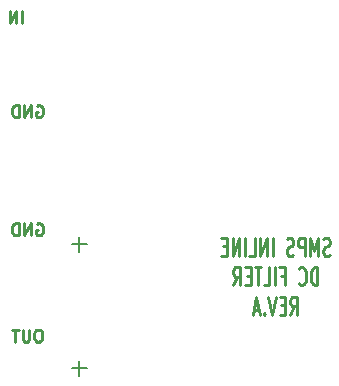
<source format=gbr>
%TF.GenerationSoftware,KiCad,Pcbnew,(5.99.0-8784-g9769da3804)*%
%TF.CreationDate,2021-02-02T16:43:27+01:00*%
%TF.ProjectId,SMPS Inline Filter with M3 holes - YGL92S-A,534d5053-2049-46e6-9c69-6e652046696c,rev?*%
%TF.SameCoordinates,Original*%
%TF.FileFunction,Legend,Bot*%
%TF.FilePolarity,Positive*%
%FSLAX46Y46*%
G04 Gerber Fmt 4.6, Leading zero omitted, Abs format (unit mm)*
G04 Created by KiCad (PCBNEW (5.99.0-8784-g9769da3804)) date 2021-02-02 16:43:27*
%MOMM*%
%LPD*%
G01*
G04 APERTURE LIST*
%ADD10C,0.250000*%
%ADD11C,0.203200*%
G04 APERTURE END LIST*
D10*
X159612965Y-115310710D02*
X159565345Y-115382140D01*
X157065345Y-112167860D02*
X157160585Y-112239290D01*
X162541535Y-109025000D02*
X162493915Y-109096430D01*
X163160585Y-112096430D02*
X163112965Y-111810710D01*
X162970105Y-112882140D02*
X163065345Y-112739290D01*
X138565345Y-98727380D02*
X138803445Y-98727380D01*
X163589155Y-111810710D02*
X163541535Y-112096430D01*
X138327245Y-107870240D02*
X138279635Y-107965480D01*
X164970105Y-109667860D02*
X165065345Y-109596430D01*
X157493915Y-108953570D02*
X156922485Y-110453570D01*
X140565345Y-98727380D02*
X140470105Y-98727380D01*
X138279635Y-107965480D02*
X138232015Y-108155950D01*
X156970105Y-111953570D02*
X157017725Y-112096430D01*
X138803445Y-98727380D02*
X138803445Y-97727380D01*
X159565345Y-115382140D02*
X159612965Y-115453570D01*
X139851055Y-98727380D02*
X139851055Y-97727380D01*
X140708205Y-108679760D02*
X140565345Y-108727380D01*
X162732015Y-112953570D02*
X162827245Y-112953570D01*
X161589155Y-110382140D02*
X161541535Y-110310710D01*
X162827245Y-111453570D02*
X162732015Y-111453570D01*
X140708205Y-98679760D02*
X140565345Y-98727380D01*
X162970105Y-111525000D02*
X162827245Y-111453570D01*
X162065345Y-109382140D02*
X162065345Y-109239290D01*
X140851055Y-107965480D02*
X140898675Y-108155950D01*
X140708205Y-107775000D02*
X140803445Y-107870240D01*
X140708205Y-97775000D02*
X140803445Y-97870240D01*
X163589155Y-112596430D02*
X163636775Y-112739290D01*
X157065345Y-111525000D02*
X157017725Y-111596430D01*
X140898675Y-108155950D02*
X140898675Y-108298810D01*
X162374865Y-113953570D02*
X161993915Y-113953570D01*
X164684395Y-110382140D02*
X164636775Y-110310710D01*
X139660585Y-117632140D02*
X139612965Y-117679760D01*
X158946295Y-113953570D02*
X158612965Y-115453570D01*
X163541535Y-112310710D02*
X163589155Y-112596430D01*
X165065345Y-109596430D02*
X165112965Y-109525000D01*
X162732015Y-111453570D02*
X162589155Y-111525000D01*
X163493915Y-108953570D02*
X163493915Y-110453570D01*
X157017725Y-111596430D02*
X156970105Y-111739290D01*
X161993915Y-114739290D02*
X162374865Y-114739290D01*
X157970105Y-110453570D02*
X157970105Y-108953570D01*
X140374865Y-117727380D02*
X140565345Y-117727380D01*
X140755825Y-116870240D02*
X140660585Y-116775000D01*
X140803445Y-108584520D02*
X140708205Y-108679760D01*
X138422485Y-98679760D02*
X138565345Y-98727380D01*
X140565345Y-117727380D02*
X140660585Y-117679760D01*
X161374865Y-113953570D02*
X160898675Y-113953570D01*
X140565345Y-107727380D02*
X140708205Y-107775000D01*
X161684395Y-110453570D02*
X161589155Y-110382140D01*
X163065345Y-112739290D02*
X163112965Y-112596430D01*
X161970105Y-109025000D02*
X161874865Y-108953570D01*
X140184395Y-116870240D02*
X140136775Y-117060710D01*
X140851055Y-98489290D02*
X140803445Y-98584520D01*
X164589155Y-110167860D02*
X164589155Y-110025000D01*
X138517725Y-117727380D02*
X138517725Y-116727380D01*
X159541535Y-112953570D02*
X160017725Y-112953570D01*
X162017725Y-109096430D02*
X161970105Y-109025000D01*
X161636775Y-108953570D02*
X161493915Y-109025000D01*
X161898675Y-114025000D02*
X161851055Y-114096430D01*
X158446295Y-112953570D02*
X158446295Y-111453570D01*
X140803445Y-117060710D02*
X140755825Y-116870240D01*
X162065345Y-110382140D02*
X161922485Y-110453570D01*
X163065345Y-111667860D02*
X162970105Y-111525000D01*
X139232015Y-117679760D02*
X139184395Y-117632140D01*
X139851055Y-108727380D02*
X139851055Y-107727380D01*
X160898675Y-115453570D02*
X161374865Y-115453570D01*
X156970105Y-111739290D02*
X156970105Y-111953570D01*
X138232015Y-98155950D02*
X138232015Y-98298810D01*
X140898675Y-98298810D02*
X140851055Y-98489290D01*
X159255825Y-110453570D02*
X159255825Y-108953570D01*
X162017725Y-109525000D02*
X162065345Y-109382140D01*
X161589155Y-109810710D02*
X161684395Y-109739290D01*
X155970105Y-110453570D02*
X156446295Y-110453570D01*
X140327245Y-108679760D02*
X140279635Y-108632140D01*
X138803445Y-107727380D02*
X138565345Y-107727380D01*
X156446295Y-109667860D02*
X156112965Y-109667860D01*
X163017725Y-108953570D02*
X162636775Y-108953570D01*
X139279635Y-98727380D02*
X139279635Y-97727380D01*
X165112965Y-109525000D02*
X165160585Y-109382140D01*
X158303445Y-110453570D02*
X158779635Y-110453570D01*
X165112965Y-109096430D02*
X165065345Y-109025000D01*
X162541535Y-109667860D02*
X162636775Y-109739290D01*
X140422485Y-97727380D02*
X140565345Y-97727380D01*
X165160585Y-110382140D02*
X165017725Y-110453570D01*
X139612965Y-117679760D02*
X139517725Y-117727380D01*
X140803445Y-107870240D02*
X140851055Y-107965480D01*
X163874865Y-112953570D02*
X164112965Y-112953570D01*
X140803445Y-98584520D02*
X140708205Y-98679760D01*
X140279635Y-108632140D02*
X140279635Y-108298810D01*
X159279635Y-115453570D02*
X158946295Y-113953570D01*
X161851055Y-114596430D02*
X161898675Y-114667860D01*
D11*
X144595345Y-119975000D02*
X143325345Y-119975000D01*
D10*
X138422485Y-97775000D02*
X138327245Y-97870240D01*
X140755825Y-117584520D02*
X140803445Y-117394050D01*
X140374865Y-116727380D02*
X140279635Y-116775000D01*
X164112965Y-112953570D02*
X164112965Y-111453570D01*
D11*
X144595345Y-109475000D02*
X143325345Y-109475000D01*
D10*
X163732015Y-112882140D02*
X163874865Y-112953570D01*
X165065345Y-109025000D02*
X164970105Y-108953570D01*
X162541535Y-112810710D02*
X162589155Y-112882140D01*
X138803445Y-116727380D02*
X138232015Y-116727380D01*
X138232015Y-108155950D02*
X138232015Y-108298810D01*
X161993915Y-113953570D02*
X161898675Y-114025000D01*
X157970105Y-112953570D02*
X158446295Y-112953570D01*
X138565345Y-97727380D02*
X138422485Y-97775000D01*
X139708205Y-117536910D02*
X139660585Y-117632140D01*
X140279635Y-108298810D02*
X140470105Y-108298810D01*
X138803445Y-108727380D02*
X138803445Y-107727380D01*
X156446295Y-110453570D02*
X156446295Y-108953570D01*
X163112965Y-111810710D02*
X163065345Y-111667860D01*
X138422485Y-108679760D02*
X138565345Y-108727380D01*
X140279635Y-116775000D02*
X140184395Y-116870240D01*
X140184395Y-117584520D02*
X140279635Y-117679760D01*
X138565345Y-108727380D02*
X138803445Y-108727380D01*
X159612965Y-115310710D02*
X159612965Y-115453570D01*
X139851055Y-97727380D02*
X139279635Y-98727380D01*
X160279635Y-115453570D02*
X159946295Y-113953570D01*
X140898675Y-98155950D02*
X140898675Y-98298810D01*
X140565345Y-116727380D02*
X140374865Y-116727380D01*
X139089155Y-90727380D02*
X139089155Y-89727380D01*
X162446295Y-109239290D02*
X162446295Y-109453570D01*
X157541535Y-111453570D02*
X157160585Y-111453570D01*
X161374865Y-115453570D02*
X161374865Y-113953570D01*
X164779635Y-109739290D02*
X164970105Y-109667860D01*
X158779635Y-110453570D02*
X158779635Y-108953570D01*
X161874865Y-109667860D02*
X161970105Y-109596430D01*
X138041535Y-90727380D02*
X138041535Y-89727380D01*
X161922485Y-110453570D02*
X161684395Y-110453570D01*
X160017725Y-112953570D02*
X160017725Y-111453570D01*
X162636775Y-109739290D02*
X163017725Y-109739290D01*
X140660585Y-117679760D02*
X140755825Y-117584520D01*
X140327245Y-97775000D02*
X140422485Y-97727380D01*
X161493915Y-110167860D02*
X161493915Y-110025000D01*
D11*
X143960345Y-119340000D02*
X143960345Y-120610000D01*
D10*
X164112965Y-111453570D02*
X163874865Y-111453570D01*
X139184395Y-117632140D02*
X139136775Y-117536910D01*
X161541535Y-110310710D02*
X161493915Y-110167860D01*
X163636775Y-112739290D02*
X163732015Y-112882140D01*
X162636775Y-108953570D02*
X162541535Y-109025000D01*
X157541535Y-112953570D02*
X157541535Y-111453570D01*
X162827245Y-112953570D02*
X162970105Y-112882140D01*
X138612965Y-90727380D02*
X138612965Y-89727380D01*
X164779635Y-110453570D02*
X164684395Y-110382140D01*
X139708205Y-116727380D02*
X139708205Y-117536910D01*
X157493915Y-110453570D02*
X157493915Y-108953570D01*
X157160585Y-111453570D02*
X157065345Y-111525000D01*
X138279635Y-97965480D02*
X138232015Y-98155950D01*
X140279635Y-98298810D02*
X140470105Y-98298810D01*
X138565345Y-107727380D02*
X138422485Y-107775000D01*
X140136775Y-117394050D02*
X140184395Y-117584520D01*
X140470105Y-108727380D02*
X140327245Y-108679760D01*
X164160585Y-108953570D02*
X163827245Y-110025000D01*
X138422485Y-107775000D02*
X138327245Y-107870240D01*
X140851055Y-97965480D02*
X140898675Y-98155950D01*
X138279635Y-98489290D02*
X138327245Y-98584520D01*
X165160585Y-109239290D02*
X165112965Y-109096430D01*
X162493915Y-109096430D02*
X162446295Y-109239290D01*
X138327245Y-108584520D02*
X138422485Y-108679760D01*
X139279635Y-108727380D02*
X139279635Y-107727380D01*
X163732015Y-111525000D02*
X163636775Y-111667860D01*
X165160585Y-109382140D02*
X165160585Y-109239290D01*
X164636775Y-109882140D02*
X164684395Y-109810710D01*
X139136775Y-117536910D02*
X139136775Y-116727380D01*
X162374865Y-115453570D02*
X162374865Y-113953570D01*
X160303445Y-110453570D02*
X160303445Y-108953570D01*
D11*
X143960345Y-108840000D02*
X143960345Y-110110000D01*
D10*
X138279635Y-108489290D02*
X138327245Y-108584520D01*
X139851055Y-107727380D02*
X139279635Y-108727380D01*
X161493915Y-110025000D02*
X161541535Y-109882140D01*
X140470105Y-98727380D02*
X140327245Y-98679760D01*
X163160585Y-112310710D02*
X163160585Y-112096430D01*
X138612965Y-89727380D02*
X138041535Y-90727380D01*
X139327245Y-117727380D02*
X139232015Y-117679760D01*
X164636775Y-110310710D02*
X164589155Y-110167860D01*
X161374865Y-114667860D02*
X161041535Y-114667860D01*
X160493915Y-112953570D02*
X160493915Y-111453570D01*
X161684395Y-109739290D02*
X161874865Y-109667860D01*
X138232015Y-98298810D02*
X138279635Y-98489290D01*
X140279635Y-98632140D02*
X140279635Y-98298810D01*
X140898675Y-108298810D02*
X140851055Y-108489290D01*
X162493915Y-109596430D02*
X162541535Y-109667860D01*
X161541535Y-109882140D02*
X161589155Y-109810710D01*
X156922485Y-110453570D02*
X156922485Y-108953570D01*
X163827245Y-110025000D02*
X163493915Y-108953570D01*
X140565345Y-97727380D02*
X140708205Y-97775000D01*
X159184395Y-115025000D02*
X158708205Y-115025000D01*
X162065345Y-109239290D02*
X162017725Y-109096430D01*
X161017725Y-112167860D02*
X161351055Y-112167860D01*
X161803445Y-114453570D02*
X161851055Y-114596430D01*
X159827255Y-108953570D02*
X159255825Y-110453570D01*
X163112965Y-112596430D02*
X163160585Y-112310710D01*
X140327245Y-98679760D02*
X140279635Y-98632140D01*
X164732015Y-108953570D02*
X164589155Y-109025000D01*
X163874865Y-111453570D02*
X163732015Y-111525000D01*
X165017725Y-110453570D02*
X164779635Y-110453570D01*
X158446295Y-111453570D02*
X157970105Y-111453570D01*
X138232015Y-108298810D02*
X138279635Y-108489290D01*
X138327245Y-97870240D02*
X138279635Y-97965480D01*
X157017725Y-112096430D02*
X157065345Y-112167860D01*
X159827255Y-110453570D02*
X159827255Y-108953570D01*
X140851055Y-108489290D02*
X140803445Y-108584520D01*
X163017725Y-110453570D02*
X163017725Y-108953570D01*
X163636775Y-111667860D02*
X163589155Y-111810710D01*
X140422485Y-107727380D02*
X140565345Y-107727380D01*
X161898675Y-114667860D02*
X161993915Y-114739290D01*
X140803445Y-117394050D02*
X140803445Y-117060710D01*
X163541535Y-112096430D02*
X163541535Y-112310710D01*
X159351055Y-111453570D02*
X158779635Y-111453570D01*
X161351055Y-112953570D02*
X161351055Y-111453570D01*
X161874865Y-108953570D02*
X161636775Y-108953570D01*
X140327245Y-107775000D02*
X140422485Y-107727380D01*
X162446295Y-109453570D02*
X162493915Y-109596430D01*
X156970105Y-112953570D02*
X157303445Y-112239290D01*
X157160585Y-112239290D02*
X157541535Y-112239290D01*
X159660585Y-115382140D02*
X159612965Y-115310710D01*
X164970105Y-108953570D02*
X164732015Y-108953570D01*
X156446295Y-108953570D02*
X155970105Y-108953570D01*
X138803445Y-97727380D02*
X138565345Y-97727380D01*
X140136775Y-117060710D02*
X140136775Y-117394050D01*
X161970105Y-109596430D02*
X162017725Y-109525000D01*
X139517725Y-117727380D02*
X139327245Y-117727380D01*
X164684395Y-109810710D02*
X164779635Y-109739290D01*
X158446295Y-112167860D02*
X158112965Y-112167860D01*
X140660585Y-116775000D02*
X140565345Y-116727380D01*
X159612965Y-115453570D02*
X159660585Y-115382140D01*
X140279635Y-117679760D02*
X140374865Y-117727380D01*
X138327245Y-98584520D02*
X138422485Y-98679760D01*
X161351055Y-111453570D02*
X160874865Y-111453570D01*
X164589155Y-110025000D02*
X164636775Y-109882140D01*
X164160585Y-110453570D02*
X164160585Y-108953570D01*
X140803445Y-97870240D02*
X140851055Y-97965480D01*
X162589155Y-111525000D02*
X162541535Y-111596430D01*
X159065345Y-112953570D02*
X159065345Y-111453570D01*
X140565345Y-108727380D02*
X140470105Y-108727380D01*
X162589155Y-112882140D02*
X162732015Y-112953570D01*
X161803445Y-114239290D02*
X161803445Y-114453570D01*
X161851055Y-114096430D02*
X161803445Y-114239290D01*
X161803445Y-115453570D02*
X162136775Y-114739290D01*
X160612965Y-113953570D02*
X160279635Y-115453570D01*
M02*

</source>
